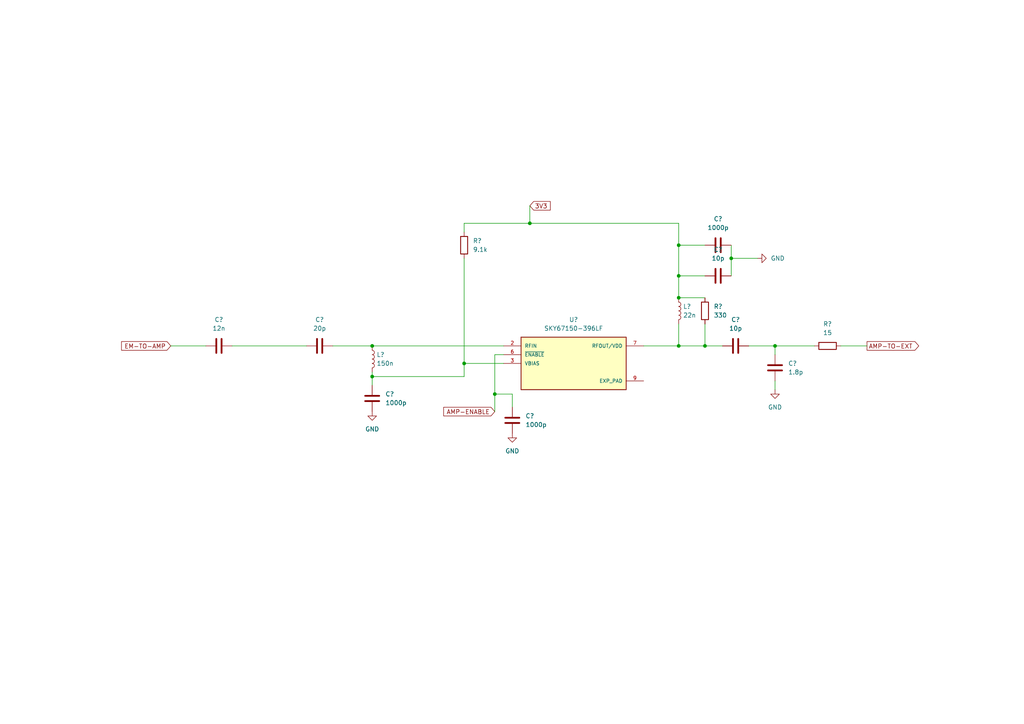
<source format=kicad_sch>
(kicad_sch (version 20211123) (generator eeschema)
  (paper "A4")
  (lib_symbols
    (symbol "Device:C" (pin_numbers hide) (pin_names (offset 0.254))
      (property "Reference" "C" (at 0.635 2.54 0))
      (property "Value" "C" (at 0.635 -2.54 0))
      (symbol "C_0_1"
        (polyline (pts (xy -2.032 -0.762) (xy 2.032 -0.762)) (stroke (width 0.508)))
        (polyline (pts (xy -2.032 0.762) (xy 2.032 0.762)) (stroke (width 0.508)))
      )
      (symbol "C_1_1"
        (pin passive line (at 0 3.81 270) (length 2.794) (name "~") (number "1"))
        (pin passive line (at 0 -3.81 90) (length 2.794) (name "~") (number "2"))
      )
    )
    (symbol "Device:L" (pin_numbers hide) (pin_names (offset 1.016) hide)
      (property "Reference" "L" (at -1.27 0 90))
      (property "Value" "L" (at 1.905 0 90))
      (symbol "L_0_1"
        (arc (start 0 -2.54) (mid 0.635 -1.905) (end 0 -1.27))
        (arc (start 0 -1.27) (mid 0.635 -0.635) (end 0 0))
        (arc (start 0 0) (mid 0.635 0.635) (end 0 1.27))
        (arc (start 0 1.27) (mid 0.635 1.905) (end 0 2.54))
      )
      (symbol "L_1_1"
        (pin passive line (at 0 3.81 270) (length 1.27) (name "1") (number "1"))
        (pin passive line (at 0 -3.81 90) (length 1.27) (name "2") (number "2"))
      )
    )
    (symbol "Device:R" (pin_numbers hide) (pin_names (offset 0))
      (property "Reference" "R" (at 2.032 0 90))
      (property "Value" "R" (at 0 0 90))
      (symbol "R_0_1"
        (rectangle (start -1.016 -2.54) (end 1.016 2.54) (stroke (width 0.254)))
      )
      (symbol "R_1_1"
        (pin passive line (at 0 3.81 270) (length 1.27) (name "~") (number "1"))
        (pin passive line (at 0 -3.81 90) (length 1.27) (name "~") (number "2"))
      )
    )
    (symbol "SKY67150-396LF:SKY67150-396LF" (pin_names (offset 1.016))
      (property "Reference" "U" (at -15.2684 8.1432 0))
      (property "Value" "SKY67150-396LF" (at -15.2543 -10.1695 0))
      (symbol "SKY67150-396LF_0_0"
        (rectangle (start -15.24 -7.62) (end 15.24 7.62) (stroke (width 0.254)) (fill (type background)))
        (pin input line (at -20.32 5.08 0) (length 5.08) (name "RFIN") (number "2"))
        (pin input line (at -20.32 0 0) (length 5.08) (name "VBIAS") (number "3"))
        (pin input line (at -20.32 2.54 0) (length 5.08) (name "~{ENABLE}") (number "6"))
        (pin output line (at 20.32 5.08 180) (length 5.08) (name "RFOUT/VDD") (number "7"))
        (pin power_in line (at 20.32 -5.08 180) (length 5.08) (name "EXP_PAD") (number "9"))
      )
    )
    (symbol "power:GND" (power) (pin_names (offset 0))
      (property "Value" "GND" (at 0 -3.81 0))
      (symbol "GND_0_1"
        (polyline (pts (xy 0 0) (xy 0 -1.27) (xy 1.27 -1.27) (xy 0 -2.54) (xy -1.27 -1.27) (xy 0 -1.27)))
      )
      (symbol "GND_1_1"
        (pin power_in line (at 0 0 270) (length 0) hide (name "GND") (number "1"))
      )
    )
  )
  (junction (at 204.47 100.33))
  (junction (at 196.85 80.01))
  (junction (at 107.95 100.33))
  (junction (at 196.85 71.12))
  (junction (at 143.51 114.3))
  (junction (at 196.85 100.33))
  (junction (at 212.09 74.93))
  (junction (at 107.95 109.22))
  (junction (at 134.62 105.41))
  (junction (at 153.67 64.77))
  (junction (at 224.79 100.33))
  (junction (at 196.85 86.36))
  (wire (pts (xy 196.85 71.12) (xy 196.85 80.01)))
  (wire (pts (xy 204.47 100.33) (xy 209.55 100.33)))
  (wire (pts (xy 143.51 114.3) (xy 148.59 114.3)))
  (wire (pts (xy 143.51 102.87) (xy 143.51 114.3)))
  (wire (pts (xy 153.67 59.69) (xy 153.67 64.77)))
  (wire (pts (xy 107.95 107.95) (xy 107.95 109.22)))
  (wire (pts (xy 49.53 100.33) (xy 59.69 100.33)))
  (wire (pts (xy 143.51 114.3) (xy 143.51 119.38)))
  (wire (pts (xy 148.59 114.3) (xy 148.59 118.11)))
  (wire (pts (xy 224.79 100.33) (xy 236.22 100.33)))
  (wire (pts (xy 186.69 100.33) (xy 196.85 100.33)))
  (wire (pts (xy 196.85 93.98) (xy 196.85 100.33)))
  (wire (pts (xy 67.31 100.33) (xy 88.9 100.33)))
  (wire (pts (xy 153.67 64.77) (xy 196.85 64.77)))
  (wire (pts (xy 107.95 109.22) (xy 107.95 111.76)))
  (wire (pts (xy 134.62 105.41) (xy 146.05 105.41)))
  (wire (pts (xy 224.79 100.33) (xy 224.79 102.87)))
  (wire (pts (xy 146.05 102.87) (xy 143.51 102.87)))
  (wire (pts (xy 107.95 100.33) (xy 146.05 100.33)))
  (wire (pts (xy 196.85 80.01) (xy 196.85 86.36)))
  (wire (pts (xy 134.62 74.93) (xy 134.62 105.41)))
  (wire (pts (xy 134.62 67.31) (xy 134.62 64.77)))
  (wire (pts (xy 204.47 93.98) (xy 204.47 100.33)))
  (wire (pts (xy 107.95 109.22) (xy 134.62 109.22)))
  (wire (pts (xy 212.09 74.93) (xy 219.71 74.93)))
  (wire (pts (xy 196.85 64.77) (xy 196.85 71.12)))
  (wire (pts (xy 212.09 74.93) (xy 212.09 80.01)))
  (wire (pts (xy 212.09 71.12) (xy 212.09 74.93)))
  (wire (pts (xy 243.84 100.33) (xy 251.46 100.33)))
  (wire (pts (xy 134.62 64.77) (xy 153.67 64.77)))
  (wire (pts (xy 196.85 71.12) (xy 204.47 71.12)))
  (wire (pts (xy 196.85 100.33) (xy 204.47 100.33)))
  (wire (pts (xy 196.85 80.01) (xy 204.47 80.01)))
  (wire (pts (xy 134.62 105.41) (xy 134.62 109.22)))
  (wire (pts (xy 217.17 100.33) (xy 224.79 100.33)))
  (wire (pts (xy 196.85 86.36) (xy 204.47 86.36)))
  (wire (pts (xy 224.79 110.49) (xy 224.79 113.03)))
  (wire (pts (xy 96.52 100.33) (xy 107.95 100.33)))
  (global_label "3V3" (shape input) (at 153.67 59.69 0) (property "Intersheet References" "${INTERSHEET_REFS}" (effects hide)))
  (global_label "AMP-ENABLE" (shape input) (at 143.51 119.38 180) (property "Intersheet References" "${INTERSHEET_REFS}" (effects hide)))
  (global_label "EM-TO-AMP" (shape input) (at 49.53 100.33 180) (property "Intersheet References" "${INTERSHEET_REFS}" (effects hide)))
  (global_label "AMP-TO-EXT" (shape output) (at 251.46 100.33 0) (property "Intersheet References" "${INTERSHEET_REFS}" (effects hide)))
  (symbol (lib_id "power:GND") (at 107.95 119.38 0) (unit 1)
    (property "Reference" "#PWR?" (effects hide))
    (property "Value" "GND" (at 107.95 124.46 0))
  )
  (symbol (lib_id "Device:C") (at 224.79 106.68 0) (unit 1)
    (property "Reference" "C?" (at 228.6 105.4099 0) (effects (justify left)))
    (property "Value" "1.8p" (at 228.6 107.9499 0) (effects (justify left)))
  )
  (symbol (lib_id "Device:C") (at 107.95 115.57 0) (unit 1)
    (property "Reference" "C?" (at 111.76 114.2999 0) (effects (justify left)))
    (property "Value" "1000p" (at 111.76 116.8399 0) (effects (justify left)))
  )
  (symbol (lib_id "power:GND") (at 219.71 74.93 90) (unit 1)
    (property "Reference" "#PWR?" (effects hide))
    (property "Value" "GND" (at 223.52 74.9299 90) (effects (justify right)))
  )
  (symbol (lib_id "Device:C") (at 213.36 100.33 90) (unit 1)
    (property "Reference" "C?" (at 213.36 92.71 90))
    (property "Value" "10p" (at 213.36 95.25 90))
  )
  (symbol (lib_id "Device:L") (at 107.95 104.14 0) (unit 1)
    (property "Reference" "L?" (at 109.22 102.8699 0) (effects (justify left)))
    (property "Value" "150n" (at 109.22 105.4099 0) (effects (justify left)))
  )
  (symbol (lib_id "Device:C") (at 92.71 100.33 90) (unit 1)
    (property "Reference" "C?" (at 92.71 92.71 90))
    (property "Value" "20p" (at 92.71 95.25 90))
  )
  (symbol (lib_id "Device:C") (at 208.28 71.12 90) (unit 1)
    (property "Reference" "C?" (at 208.28 63.5 90))
    (property "Value" "1000p" (at 208.28 66.04 90))
  )
  (symbol (lib_id "Device:R") (at 240.03 100.33 90) (unit 1)
    (property "Reference" "R?" (at 240.03 93.98 90))
    (property "Value" "15" (at 240.03 96.52 90))
  )
  (symbol (lib_id "Device:R") (at 204.47 90.17 0) (unit 1)
    (property "Reference" "R?" (at 207.01 88.8999 0) (effects (justify left)))
    (property "Value" "330" (at 207.01 91.4399 0) (effects (justify left)))
  )
  (symbol (lib_id "Device:L") (at 196.85 90.17 0) (unit 1)
    (property "Reference" "L?" (at 198.12 88.8999 0) (effects (justify left)))
    (property "Value" "22n" (at 198.12 91.4399 0) (effects (justify left)))
  )
  (symbol (lib_id "power:GND") (at 224.79 113.03 0) (unit 1)
    (property "Reference" "#PWR?" (effects hide))
    (property "Value" "GND" (at 224.79 118.11 0))
  )
  (symbol (lib_id "Device:C") (at 148.59 121.92 0) (unit 1)
    (property "Reference" "C?" (at 152.4 120.6499 0) (effects (justify left)))
    (property "Value" "1000p" (at 152.4 123.1899 0) (effects (justify left)))
  )
  (symbol (lib_id "power:GND") (at 148.59 125.73 0) (unit 1)
    (property "Reference" "#PWR?" (effects hide))
    (property "Value" "GND" (at 148.59 130.81 0))
  )
  (symbol (lib_id "Device:C") (at 63.5 100.33 270) (unit 1)
    (property "Reference" "C?" (at 63.5 92.71 90))
    (property "Value" "12n" (at 63.5 95.25 90))
  )
  (symbol (lib_id "Device:R") (at 134.62 71.12 0) (unit 1)
    (property "Reference" "R?" (at 137.16 69.8499 0) (effects (justify left)))
    (property "Value" "9.1k" (at 137.16 72.3899 0) (effects (justify left)))
  )
  (symbol (lib_id "SKY67150-396LF:SKY67150-396LF") (at 166.37 105.41 0) (unit 1)
    (property "Reference" "U?" (at 166.37 92.71 0))
    (property "Value" "SKY67150-396LF" (at 166.37 95.25 0))
    (property "Footprint" "SON50P200X200X80-9N" (effects hide))
    (property "STANDARD" "IPC-7351B" (effects hide))
    (property "SNAPEDA_PACKAE_ID" "8744" (effects hide))
    (property "MANUFACTURER" "Skyworks" (effects hide))
    (property "PARTREV" "May 3,2017" (effects hide))
  )
  (symbol (lib_id "Device:C") (at 208.28 80.01 90) (unit 1)
    (property "Reference" "C?" (at 208.28 72.39 90))
    (property "Value" "10p" (at 208.28 74.93 90))
  )
)
</source>
